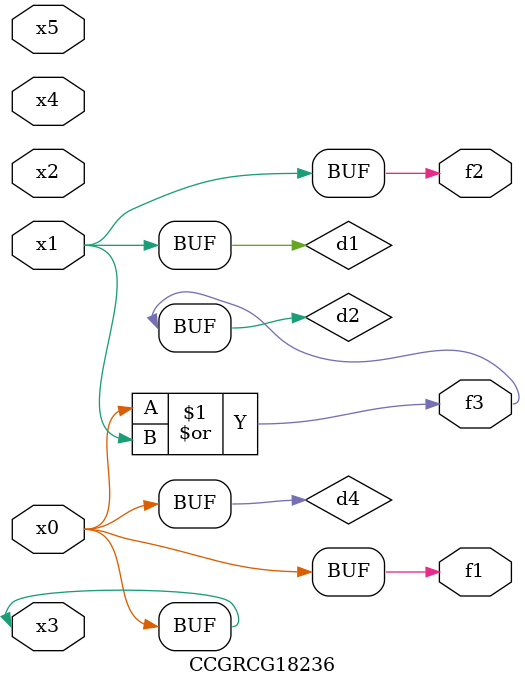
<source format=v>
module CCGRCG18236(
	input x0, x1, x2, x3, x4, x5,
	output f1, f2, f3
);

	wire d1, d2, d3, d4;

	and (d1, x1);
	or (d2, x0, x1);
	nand (d3, x0, x5);
	buf (d4, x0, x3);
	assign f1 = d4;
	assign f2 = d1;
	assign f3 = d2;
endmodule

</source>
